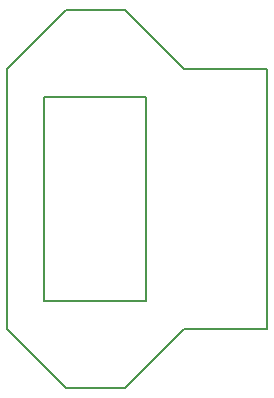
<source format=gm1>
G04 #@! TF.GenerationSoftware,KiCad,Pcbnew,(6.0.5)*
G04 #@! TF.CreationDate,2022-07-09T20:48:00-07:00*
G04 #@! TF.ProjectId,track_ball,74726163-6b5f-4626-916c-6c2e6b696361,1*
G04 #@! TF.SameCoordinates,Original*
G04 #@! TF.FileFunction,Profile,NP*
%FSLAX46Y46*%
G04 Gerber Fmt 4.6, Leading zero omitted, Abs format (unit mm)*
G04 Created by KiCad (PCBNEW (6.0.5)) date 2022-07-09 20:48:00*
%MOMM*%
%LPD*%
G01*
G04 APERTURE LIST*
G04 #@! TA.AperFunction,Profile*
%ADD10C,0.127000*%
G04 #@! TD*
G04 APERTURE END LIST*
D10*
X160000000Y-98000000D02*
X160000000Y-76000000D01*
X170000000Y-71000000D02*
X175000000Y-76000000D01*
X170000000Y-103000000D02*
X165000000Y-103000000D01*
X165000000Y-71000000D02*
X160000000Y-76000000D01*
X175000000Y-76000000D02*
X182000000Y-76000000D01*
X160000000Y-98000000D02*
X165000000Y-103000000D01*
X175000000Y-98000000D02*
X182000000Y-98000000D01*
X182000000Y-76000000D02*
X182000000Y-98000000D01*
X165000000Y-71000000D02*
X170000000Y-71000000D01*
X170000000Y-103000000D02*
X175000000Y-98000000D01*
X163150000Y-78370000D02*
X171750000Y-78370000D01*
X171750000Y-78370000D02*
X171750000Y-95630000D01*
X171750000Y-95630000D02*
X163150000Y-95630000D01*
X163150000Y-95630000D02*
X163150000Y-78370000D01*
M02*

</source>
